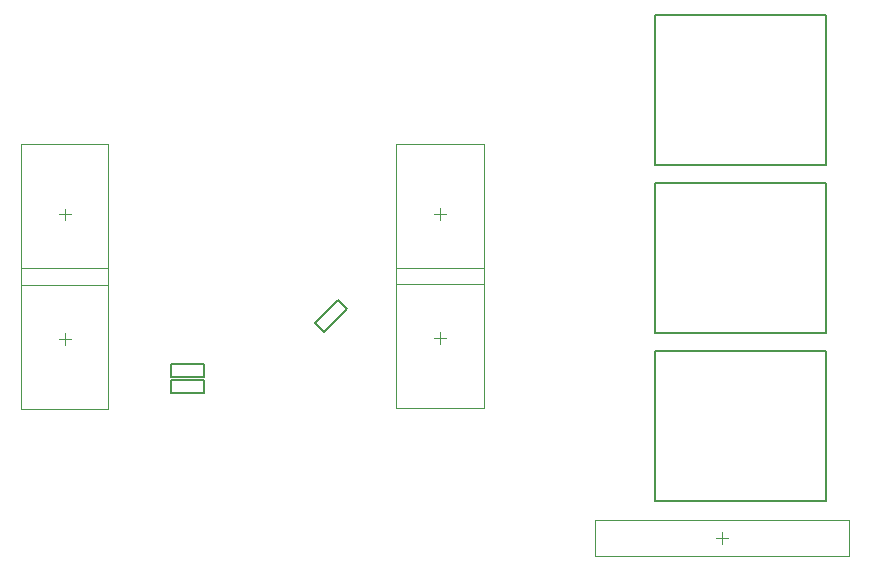
<source format=gbr>
%TF.GenerationSoftware,Altium Limited,Altium Designer,21.6.4 (81)*%
G04 Layer_Color=8388736*
%FSLAX43Y43*%
%MOMM*%
%TF.SameCoordinates,EF7AACBD-433E-4B6D-8733-A8E214C0EB56*%
%TF.FilePolarity,Positive*%
%TF.FileFunction,Other,Top_Courtyard*%
%TF.Part,Single*%
G01*
G75*
%TA.AperFunction,NonConductor*%
%ADD60C,0.200*%
%ADD81C,0.050*%
D60*
X24723Y24324D02*
X27523D01*
Y23224D02*
Y24324D01*
X24723Y23224D02*
X27523D01*
X24723D02*
Y24324D01*
X36924Y27822D02*
X38904Y29801D01*
X39682Y29024D01*
X37702Y27044D02*
X39682Y29024D01*
X36924Y27822D02*
X37702Y27044D01*
X65724Y39670D02*
X80224D01*
Y26970D02*
Y39670D01*
X65724Y26970D02*
X80224D01*
X65724D02*
Y39670D01*
Y41194D02*
Y53894D01*
Y41194D02*
X80224D01*
Y53894D01*
X65724D02*
X80224D01*
X24723Y21929D02*
Y23029D01*
Y21929D02*
X27523D01*
Y23029D01*
X24723D02*
X27523D01*
X65724Y12730D02*
Y25430D01*
Y12730D02*
X80224D01*
Y25430D01*
X65724D02*
X80224D01*
D81*
X12050Y32442D02*
X19450D01*
X12050Y20542D02*
Y32442D01*
Y20542D02*
X19450D01*
Y32442D01*
X15250Y26492D02*
X16250D01*
X15750Y25992D02*
Y26992D01*
X60664Y8077D02*
Y11177D01*
Y8077D02*
X82134D01*
Y11177D01*
X60664D02*
X82134D01*
X70899Y9627D02*
X71899D01*
X71399Y9127D02*
Y10127D01*
X12050Y42958D02*
X19450D01*
X12050Y31058D02*
Y42958D01*
Y31058D02*
X19450D01*
Y42958D01*
X15250Y37008D02*
X16250D01*
X15750Y36508D02*
Y37508D01*
X43822Y31109D02*
X51222D01*
Y43009D01*
X43822D02*
X51222D01*
X43822Y31109D02*
Y43009D01*
X47022Y37059D02*
X48022D01*
X47522Y36559D02*
Y37559D01*
X43823Y20593D02*
X51223D01*
Y32493D01*
X43823D02*
X51223D01*
X43823Y20593D02*
Y32493D01*
X47023Y26543D02*
X48023D01*
X47523Y26043D02*
Y27043D01*
%TF.MD5,aa693f3ba7bb129a22b17096096f0d76*%
M02*

</source>
